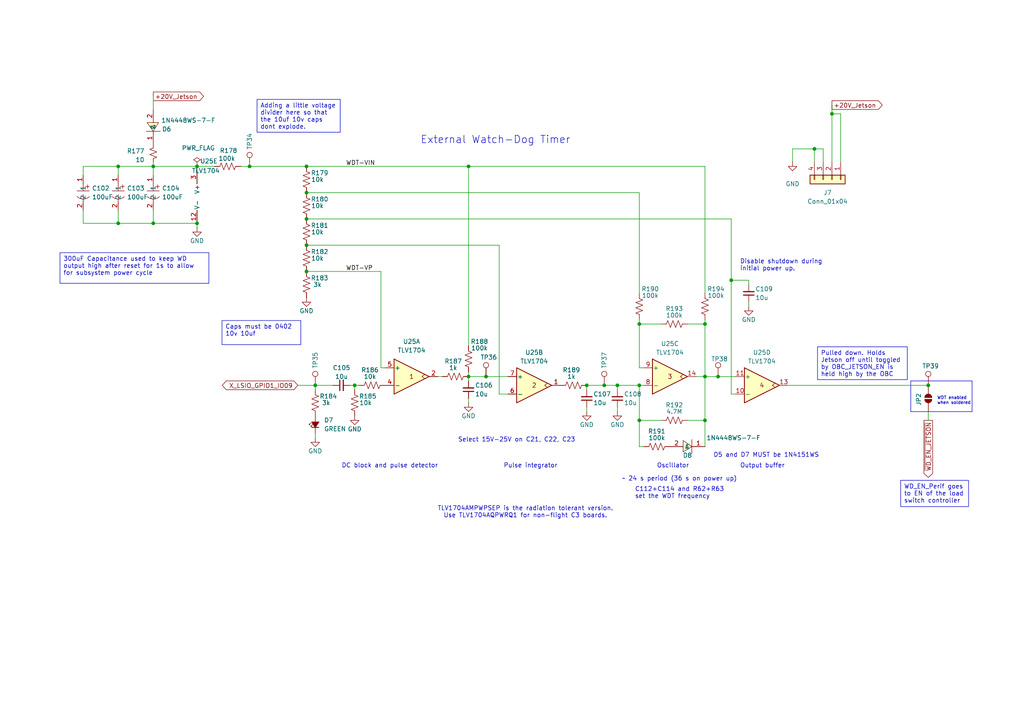
<source format=kicad_sch>
(kicad_sch (version 20250114) (generator "eeschema") (generator_version "9.0")
  (paper "A4")
  (lib_symbols
    (symbol "Connector_Generic:Conn_01x04" (pin_names (offset 1.016) (hide yes))
      (property "Reference" "J" (at 0 5.08 0))
      (property "Value" "Conn_01x04" (at 0 -7.62 0))
      (symbol "Conn_01x04_1_1"
        (rectangle (start -1.27 3.81) (end 1.27 -6.35) (stroke (width 0.254)) (fill (type background)))
        (rectangle (start -1.27 2.667) (end 0 2.413) (stroke (width 0.1524)))
        (rectangle (start -1.27 0.127) (end 0 -0.127) (stroke (width 0.1524)))
        (rectangle (start -1.27 -2.413) (end 0 -2.667) (stroke (width 0.1524)))
        (rectangle (start -1.27 -4.953) (end 0 -5.207) (stroke (width 0.1524)))
        (pin passive line (at -5.08 2.54 0) (length 3.81) (name "Pin_1") (number "1"))
        (pin passive line (at -5.08 0 0) (length 3.81) (name "Pin_2") (number "2"))
        (pin passive line (at -5.08 -2.54 0) (length 3.81) (name "Pin_3") (number "3"))
        (pin passive line (at -5.08 -5.08 0) (length 3.81) (name "Pin_4") (number "4"))
      )
    )
    (symbol "Device:C_Small" (pin_numbers (hide yes)) (pin_names (offset 0.254) (hide yes))
      (property "Reference" "C" (at 0.254 1.778 0))
      (property "Value" "C_Small" (at 0.254 -2.032 0))
      (symbol "C_Small_0_1"
        (polyline (pts (xy -1.524 0.508) (xy 1.524 0.508)) (stroke (width 0.3048)))
        (polyline (pts (xy -1.524 -0.508) (xy 1.524 -0.508)) (stroke (width 0.3302)))
      )
      (symbol "C_Small_1_1"
        (pin passive line (at 0 2.54 270) (length 2.032) (name "~") (number "1"))
        (pin passive line (at 0 -2.54 90) (length 2.032) (name "~") (number "2"))
      )
    )
    (symbol "Device:LED_Small_Filled" (pin_numbers (hide yes)) (pin_names (offset 0.254) (hide yes))
      (property "Reference" "D" (at -1.27 3.175 0))
      (property "Value" "LED_Small_Filled" (at -4.445 -2.54 0))
      (symbol "LED_Small_Filled_0_1"
        (polyline (pts (xy -0.762 -1.016) (xy -0.762 1.016)) (stroke (width 0.254)))
        (polyline (pts (xy 0 0.762) (xy -0.508 1.27) (xy -0.254 1.27) (xy -0.508 1.27) (xy -0.508 1.016)))
        (polyline (pts (xy 0.508 1.27) (xy 0 1.778) (xy 0.254 1.778) (xy 0 1.778) (xy 0 1.524)))
        (polyline (pts (xy 0.762 -1.016) (xy -0.762 0) (xy 0.762 1.016) (xy 0.762 -1.016)) (stroke (width 0.254)) (fill (type outline)))
        (polyline (pts (xy 1.016 0) (xy -0.762 0)))
      )
      (symbol "LED_Small_Filled_1_1"
        (pin passive line (at -2.54 0 0) (length 1.778) (name "K") (number "1"))
        (pin passive line (at 2.54 0 180) (length 1.778) (name "A") (number "2"))
      )
    )
    (symbol "Device:R_Small_US" (pin_numbers (hide yes)) (pin_names (offset 0.254) (hide yes))
      (property "Reference" "R" (at 0.762 0.508 0))
      (property "Value" "R_Small_US" (at 0.762 -1.016 0))
      (symbol "R_Small_US_1_1"
        (polyline (pts (xy 0 1.524) (xy 1.016 1.143) (xy 0 0.762) (xy -1.016 0.381) (xy 0 0)))
        (polyline (pts (xy 0 0) (xy 1.016 -0.381) (xy 0 -0.762) (xy -1.016 -1.143) (xy 0 -1.524)))
        (pin passive line (at 0 2.54 270) (length 1.016) (name "~") (number "1"))
        (pin passive line (at 0 -2.54 90) (length 1.016) (name "~") (number "2"))
      )
    )
    (symbol "Device:R_US" (pin_numbers (hide yes)) (pin_names (offset 0))
      (property "Reference" "R" (at 2.54 0 90))
      (property "Value" "R_US" (at -2.54 0 90))
      (symbol "R_US_0_1"
        (polyline (pts (xy 0 2.286) (xy 0 2.54)))
        (polyline (pts (xy 0 2.286) (xy 1.016 1.905) (xy 0 1.524) (xy -1.016 1.143) (xy 0 0.762)))
        (polyline (pts (xy 0 0.762) (xy 1.016 0.381) (xy 0 0) (xy -1.016 -0.381) (xy 0 -0.762)))
        (polyline (pts (xy 0 -0.762) (xy 1.016 -1.143) (xy 0 -1.524) (xy -1.016 -1.905) (xy 0 -2.286)))
        (polyline (pts (xy 0 -2.286) (xy 0 -2.54)))
      )
      (symbol "R_US_1_1"
        (pin passive line (at 0 3.81 270) (length 1.27) (name "~") (number "1"))
        (pin passive line (at 0 -3.81 90) (length 1.27) (name "~") (number "2"))
      )
    )
    (symbol "EPS:1N4448WS-7-F"
      (property "Reference" "D" (at 0 5.08 0))
      (property "Value" "1N4448WS-7-F" (at 0 -5.08 0))
      (symbol "1N4448WS-7-F_0_1"
        (polyline (pts (xy -1.27 -2.03) (xy -1.27 2.03)))
        (polyline (pts (xy 1.27 1.52) (xy -1.27 0) (xy 1.27 -1.78) (xy 1.27 1.52)) (fill (type background)))
        (pin unspecified line (at -5.08 0 0) (length 3.81) (name "C") (number "1"))
        (pin unspecified line (at 5.08 0 180) (length 3.81) (name "A") (number "2"))
      )
    )
    (symbol "EPS:TCN4107M035R0100E"
      (property "Reference" "C" (at 0 5.08 0))
      (property "Value" "TCN4107M035R0100E" (at 0 -5.08 0))
      (symbol "TCN4107M035R0100E_0_1"
        (polyline (pts (xy -2.54 0) (xy -0.51 0)))
        (polyline (pts (xy -2.29 1.27) (xy -1.27 1.27)))
        (polyline (pts (xy -1.78 1.78) (xy -1.78 0.76)))
        (arc (start 1.15 1.79) (mid 1.8578 0.0159) (end 1.13 -1.75))
        (polyline (pts (xy -0.51 1.78) (xy -0.51 -1.78)))
        (polyline (pts (xy 0.51 0) (xy 2.54 0)))
        (pin input line (at -5.08 0 0) (length 2.54) (name "1") (number "1"))
        (pin input line (at 5.08 0 180) (length 2.54) (name "2") (number "2"))
      )
    )
    (symbol "EPS:TLV1704AIPWR" (pin_names (offset 0.127))
      (property "Reference" "U13" (at 0 10.16 0))
      (property "Value" "TLV1704" (at 0 7.62 0))
      (symbol "TLV1704AIPWR_1_1"
        (polyline (pts (xy -5.08 5.08) (xy 5.08 0) (xy -5.08 -5.08) (xy -5.08 5.08)) (stroke (width 0.254)) (fill (type background)))
        (polyline (pts (xy 3.048 0) (xy 3.81 -0.635)))
        (polyline (pts (xy 3.81 0.635) (xy 3.048 0)))
        (text "1" (at 0 0 0) (effects (font (size 1.27 1.27))))
        (pin input line (at -7.62 2.54 0) (length 2.54) (name "+") (number "5"))
        (pin input line (at -7.62 -2.54 0) (length 2.54) (name "-") (number "4"))
        (pin open_collector line (at 7.62 0 180) (length 2.54) (name "~") (number "2"))
      )
      (symbol "TLV1704AIPWR_2_1"
        (polyline (pts (xy -5.08 5.08) (xy 5.08 0) (xy -5.08 -5.08) (xy -5.08 5.08)) (stroke (width 0.254)) (fill (type background)))
        (polyline (pts (xy 3.048 0) (xy 3.81 -0.635)))
        (polyline (pts (xy 3.81 0.635) (xy 3.048 0)))
        (text "2" (at 0 0 0) (effects (font (size 1.27 1.27))))
        (pin input line (at -7.62 2.54 0) (length 2.54) (name "+") (number "7"))
        (pin input line (at -7.62 -2.54 0) (length 2.54) (name "-") (number "6"))
        (pin open_collector line (at 7.62 0 180) (length 2.54) (name "~") (number "1"))
      )
      (symbol "TLV1704AIPWR_3_1"
        (polyline (pts (xy -5.08 5.08) (xy 5.08 0) (xy -5.08 -5.08) (xy -5.08 5.08)) (stroke (width 0.254)) (fill (type background)))
        (polyline (pts (xy 3.048 0) (xy 3.81 -0.635)))
        (polyline (pts (xy 3.81 0.635) (xy 3.048 0)))
        (text "3" (at 0 0 0) (effects (font (size 1.27 1.27))))
        (pin input line (at -7.62 2.54 0) (length 2.54) (name "+") (number "9"))
        (pin input line (at -7.62 -2.54 0) (length 2.54) (name "-") (number "8"))
        (pin open_collector line (at 7.62 0 180) (length 2.54) (name "~") (number "14"))
      )
      (symbol "TLV1704AIPWR_4_1"
        (polyline (pts (xy -5.08 5.08) (xy 5.08 0) (xy -5.08 -5.08) (xy -5.08 5.08)) (stroke (width 0.254)) (fill (type background)))
        (polyline (pts (xy 3.048 0) (xy 3.81 -0.635)))
        (polyline (pts (xy 3.81 0.635) (xy 3.048 0)))
        (text "4" (at 0 0 0) (effects (font (size 1.27 1.27))))
        (pin input line (at -7.62 2.54 0) (length 2.54) (name "+") (number "11"))
        (pin input line (at -7.62 -2.54 0) (length 2.54) (name "-") (number "10"))
        (pin open_collector line (at 7.62 0 180) (length 2.54) (name "~") (number "13"))
      )
      (symbol "TLV1704AIPWR_5_1"
        (pin power_in line (at -2.54 7.62 270) (length 3.81) (name "V+") (number "3"))
        (pin power_in line (at -2.54 -7.62 90) (length 3.81) (name "V-") (number "12"))
      )
    )
    (symbol "EPS:TestPoint" (pin_numbers (hide yes)) (pin_names (offset 0.762) (hide yes))
      (property "Reference" "TP" (at 0 6.858 0))
      (property "Value" "TestPoint" (at 0 5.08 0))
      (symbol "TestPoint_0_1"
        (circle (center 0 3.302) (radius 0.762))
      )
      (symbol "TestPoint_1_1"
        (pin passive line (at 0 0 90) (length 2.54) (name "1") (number "1"))
      )
    )
    (symbol "Jumper:SolderJumper_2_Open" (pin_numbers (hide yes)) (pin_names (offset 0) (hide yes)) (exclude_from_sim yes) (in_bom no)
      (property "Reference" "JP" (at 0 2.032 0))
      (property "Value" "SolderJumper_2_Open" (at 0 -2.54 0))
      (symbol "SolderJumper_2_Open_0_1"
        (polyline (pts (xy -0.254 1.016) (xy -0.254 -1.016)))
        (arc (start -0.254 -1.016) (mid -1.2656 0) (end -0.254 1.016))
        (arc (start -0.254 -1.016) (mid -1.2656 0) (end -0.254 1.016) (fill (type outline)))
        (arc (start 0.254 1.016) (mid 1.2656 0) (end 0.254 -1.016))
        (arc (start 0.254 1.016) (mid 1.2656 0) (end 0.254 -1.016) (fill (type outline)))
        (polyline (pts (xy 0.254 1.016) (xy 0.254 -1.016)))
      )
      (symbol "SolderJumper_2_Open_1_1"
        (pin passive line (at -3.81 0 0) (length 2.54) (name "A") (number "1"))
        (pin passive line (at 3.81 0 180) (length 2.54) (name "B") (number "2"))
      )
    )
    (symbol "power:GND" (power) (pin_numbers (hide yes)) (pin_names (offset 0) (hide yes))
      (property "Value" "GND" (at 0 -3.81 0))
      (symbol "GND_0_1"
        (polyline (pts (xy 0 0) (xy 0 -1.27) (xy 1.27 -1.27) (xy 0 -2.54) (xy -1.27 -1.27) (xy 0 -1.27)))
      )
      (symbol "GND_1_1"
        (pin power_in line (at 0 0 270) (length 0) (name "~") (number "1"))
      )
    )
    (symbol "power:PWR_FLAG" (power) (pin_numbers (hide yes)) (pin_names (offset 0) (hide yes))
      (property "Value" "PWR_FLAG" (at 0 3.81 0))
      (symbol "PWR_FLAG_0_0"
        (pin power_out line (at 0 0 90) (length 0) (name "~") (number "1"))
      )
      (symbol "PWR_FLAG_0_1"
        (polyline (pts (xy 0 0) (xy 0 1.27) (xy -1.016 1.905) (xy 0 2.54) (xy 1.016 1.905) (xy 0 1.27)))
      )
    )
  )
  (text "DC block and pulse detector" (at 99.06 135.89 0) (effects (font (size 1.27 1.27)) (justify left bottom)))
  (text "~ 24 s period (36 s on power up)" (at 180.34 139.7 0) (effects (font (size 1.27 1.27)) (justify left bottom)))
  (text "Oscillator" (at 190.5 135.89 0) (effects (font (size 1.27 1.27)) (justify left bottom)))
  (text "External Watch-Dog Timer" (at 121.92 41.91 0) (effects (font (size 2.159 2.159)) (justify left bottom)))
  (text "D5 and D7 MUST be 1N4151WS" (at 222.25 132.08 0) (effects (font (size 1.27 1.27))))
  (text "C112+C114 and R62+R63 \nset the WDT frequency" (at 184.15 144.78 0) (effects (font (size 1.27 1.27)) (justify left bottom)))
  (text "Disable shutdown during\ninitial power up." (at 214.63 78.74 0) (effects (font (size 1.27 1.27)) (justify left bottom)))
  (text "Select 15V-25V on C21, C22, C23" (at 149.86 127.635 0) (effects (font (size 1.27 1.27))))
  (text "WDT enabled\nwhen soldered" (at 271.78 117.475 0) (effects (font (size 0.889 0.889)) (justify left bottom)))
  (text "Output buffer" (at 214.63 135.89 0) (effects (font (size 1.27 1.27)) (justify left bottom)))
  (text "Pulse integrator" (at 146.05 135.89 0) (effects (font (size 1.27 1.27)) (justify left bottom)))
  (text "TLV1704AMPWPSEP is the radiation tolerant version.\nUse TLV1704AQPWRQ1 for non-flight C3 boards." (at 152.4 148.59 0) (effects (font (size 1.27 1.27))))
  (text_box "Caps must be 0402 10v 10uf" (at 64.389 92.964 0) (size 22.86 6.985) (margins 0.9525 0.9525 0.9525 0.9525) (effects (font (size 1.27 1.27)) (justify left top)))
  (text_box "300uF Capacitance used to keep WD output high after reset for 1s to allow for subsystem power cycle" (at 17.399 73.279 0) (size 43.18 8.89) (margins 0.9525 0.9525 0.9525 0.9525) (effects (font (size 1.27 1.27)) (justify left top)))
  (text_box "Adding a little voltage divider here so that the 10uf 10v caps dont explode." (at 74.549 28.829 0) (size 24.13 9.525) (margins 0.9525 0.9525 0.9525 0.9525) (effects (font (size 1.27 1.27)) (justify left top)))
  (text_box "Pulled down. Holds Jetson off until toggled by OBC_JETSON_EN is held high by the OBC" (at 237.109 100.584 0) (size 26.035 9.525) (margins 0.9525 0.9525 0.9525 0.9525) (effects (font (size 1.27 1.27)) (justify left top)))
  (text_box "WD_EN_Perif goes to EN of the load switch controller" (at 261.239 139.319 0) (size 19.685 7.62) (margins 0.9525 0.9525 0.9525 0.9525) (effects (font (size 1.27 1.27)) (justify left top)))
  (junction (at 185.42 93.98))
  (junction (at 204.47 121.92))
  (junction (at 204.47 93.98))
  (junction (at 185.42 111.76))
  (junction (at 212.09 81.28))
  (junction (at 140.97 109.22))
  (junction (at 88.9 55.88))
  (junction (at 204.47 109.22))
  (junction (at 88.9 63.5))
  (junction (at 170.18 111.76))
  (junction (at 44.45 48.26))
  (junction (at 57.15 64.77))
  (junction (at 57.15 48.26))
  (junction (at 44.45 64.77))
  (junction (at 34.29 48.26))
  (junction (at 269.24 111.76))
  (junction (at 88.9 78.74))
  (junction (at 88.9 71.12))
  (junction (at 236.22 43.18))
  (junction (at 34.29 64.77))
  (junction (at 179.07 111.76))
  (junction (at 175.26 111.76))
  (junction (at 208.28 109.22))
  (junction (at 72.39 48.26))
  (junction (at 88.9 48.26))
  (junction (at 102.87 111.76))
  (junction (at 241.3 33.02))
  (junction (at 135.89 48.26))
  (junction (at 91.44 111.76))
  (junction (at 185.42 121.92))
  (junction (at 135.89 109.22))
  (wire (pts (xy 72.39 48.26) (xy 88.9 48.26)))
  (wire (pts (xy 88.9 78.74) (xy 110.49 78.74)))
  (wire (pts (xy 102.87 113.03) (xy 102.87 111.76)))
  (wire (pts (xy 204.47 85.09) (xy 204.47 48.26)))
  (wire (pts (xy 127 109.22) (xy 128.27 109.22)))
  (wire (pts (xy 241.3 33.02) (xy 243.84 33.02)))
  (wire (pts (xy 199.39 121.92) (xy 204.47 121.92)))
  (wire (pts (xy 179.07 111.76) (xy 185.42 111.76)))
  (wire (pts (xy 185.42 111.76) (xy 186.69 111.76)))
  (wire (pts (xy 185.42 92.71) (xy 185.42 93.98)))
  (wire (pts (xy 212.09 63.5) (xy 212.09 81.28)))
  (wire (pts (xy 185.42 106.68) (xy 185.42 93.98)))
  (polyline (pts (xy 281.94 119.38) (xy 264.16 119.38)))
  (wire (pts (xy 236.22 43.18) (xy 229.87 43.18)))
  (wire (pts (xy 24.13 48.26) (xy 34.29 48.26)))
  (wire (pts (xy 34.29 48.26) (xy 34.29 50.8)))
  (polyline (pts (xy 264.16 110.49) (xy 281.94 110.49)))
  (wire (pts (xy 179.07 113.03) (xy 179.07 111.76)))
  (wire (pts (xy 269.24 119.38) (xy 269.24 121.92)))
  (wire (pts (xy 217.17 82.55) (xy 217.17 81.28)))
  (wire (pts (xy 135.89 109.22) (xy 140.97 109.22)))
  (wire (pts (xy 91.44 113.03) (xy 91.44 111.76)))
  (wire (pts (xy 24.13 60.96) (xy 24.13 64.77)))
  (wire (pts (xy 191.77 121.92) (xy 185.42 121.92)))
  (wire (pts (xy 229.87 43.18) (xy 229.87 46.99)))
  (wire (pts (xy 34.29 64.77) (xy 44.45 64.77)))
  (wire (pts (xy 135.89 48.26) (xy 204.47 48.26)))
  (wire (pts (xy 208.28 109.22) (xy 213.36 109.22)))
  (wire (pts (xy 199.39 93.98) (xy 204.47 93.98)))
  (wire (pts (xy 135.89 48.26) (xy 88.9 48.26)))
  (wire (pts (xy 86.36 111.76) (xy 91.44 111.76)))
  (wire (pts (xy 185.42 93.98) (xy 191.77 93.98)))
  (polyline (pts (xy 264.16 119.38) (xy 264.16 110.49)))
  (wire (pts (xy 135.89 116.84) (xy 135.89 115.57)))
  (wire (pts (xy 185.42 129.54) (xy 186.69 129.54)))
  (wire (pts (xy 135.89 109.22) (xy 135.89 107.95)))
  (wire (pts (xy 34.29 60.96) (xy 34.29 64.77)))
  (wire (pts (xy 212.09 81.28) (xy 217.17 81.28)))
  (wire (pts (xy 236.22 43.18) (xy 238.76 43.18)))
  (wire (pts (xy 204.47 92.71) (xy 204.47 93.98)))
  (wire (pts (xy 91.44 127) (xy 91.44 125.73)))
  (wire (pts (xy 44.45 64.77) (xy 57.15 64.77)))
  (wire (pts (xy 44.45 27.94) (xy 44.45 31.75)))
  (wire (pts (xy 212.09 114.3) (xy 213.36 114.3)))
  (wire (pts (xy 57.15 66.04) (xy 57.15 64.77)))
  (wire (pts (xy 102.87 111.76) (xy 104.14 111.76)))
  (wire (pts (xy 204.47 121.92) (xy 204.47 109.22)))
  (wire (pts (xy 110.49 106.68) (xy 111.76 106.68)))
  (wire (pts (xy 186.69 106.68) (xy 185.42 106.68)))
  (wire (pts (xy 110.49 78.74) (xy 110.49 106.68)))
  (wire (pts (xy 140.97 109.22) (xy 147.32 109.22)))
  (wire (pts (xy 238.76 43.18) (xy 238.76 46.99)))
  (wire (pts (xy 170.18 111.76) (xy 170.18 113.03)))
  (wire (pts (xy 135.89 109.22) (xy 135.89 110.49)))
  (wire (pts (xy 24.13 48.26) (xy 24.13 50.8)))
  (wire (pts (xy 185.42 121.92) (xy 185.42 111.76)))
  (wire (pts (xy 228.6 111.76) (xy 269.24 111.76)))
  (wire (pts (xy 44.45 60.96) (xy 44.45 64.77)))
  (wire (pts (xy 57.15 49.53) (xy 57.15 48.26)))
  (wire (pts (xy 34.29 48.26) (xy 44.45 48.26)))
  (wire (pts (xy 144.78 114.3) (xy 147.32 114.3)))
  (wire (pts (xy 44.45 48.26) (xy 44.45 50.8)))
  (wire (pts (xy 179.07 119.38) (xy 179.07 118.11)))
  (wire (pts (xy 201.93 109.22) (xy 204.47 109.22)))
  (wire (pts (xy 175.26 111.76) (xy 179.07 111.76)))
  (wire (pts (xy 88.9 63.5) (xy 212.09 63.5)))
  (wire (pts (xy 241.3 46.99) (xy 241.3 33.02)))
  (wire (pts (xy 101.6 111.76) (xy 102.87 111.76)))
  (wire (pts (xy 88.9 71.12) (xy 144.78 71.12)))
  (wire (pts (xy 170.18 111.76) (xy 175.26 111.76)))
  (wire (pts (xy 241.3 33.02) (xy 241.3 30.48)))
  (wire (pts (xy 185.42 85.09) (xy 185.42 55.88)))
  (polyline (pts (xy 281.94 110.49) (xy 281.94 119.38)))
  (wire (pts (xy 44.45 46.99) (xy 44.45 48.26)))
  (wire (pts (xy 212.09 81.28) (xy 212.09 114.3)))
  (wire (pts (xy 204.47 129.54) (xy 204.47 121.92)))
  (wire (pts (xy 204.47 93.98) (xy 204.47 109.22)))
  (wire (pts (xy 144.78 71.12) (xy 144.78 114.3)))
  (wire (pts (xy 69.85 48.26) (xy 72.39 48.26)))
  (wire (pts (xy 57.15 48.26) (xy 62.23 48.26)))
  (wire (pts (xy 243.84 33.02) (xy 243.84 46.99)))
  (wire (pts (xy 91.44 111.76) (xy 96.52 111.76)))
  (wire (pts (xy 217.17 88.9) (xy 217.17 87.63)))
  (wire (pts (xy 185.42 129.54) (xy 185.42 121.92)))
  (wire (pts (xy 88.9 55.88) (xy 185.42 55.88)))
  (wire (pts (xy 170.18 119.38) (xy 170.18 118.11)))
  (wire (pts (xy 44.45 48.26) (xy 57.15 48.26)))
  (wire (pts (xy 135.89 48.26) (xy 135.89 100.33)))
  (wire (pts (xy 24.13 64.77) (xy 34.29 64.77)))
  (wire (pts (xy 236.22 46.99) (xy 236.22 43.18)))
  (wire (pts (xy 204.47 109.22) (xy 208.28 109.22)))
  (label "WDT-VIN" (at 100.33 48.26 0))
  (label "WDT-VP" (at 100.33 78.74 0))
  (global_label "~{WD_EN_JETSON}" (shape output) (at 269.24 121.92 270) (property "Intersheetrefs" "${INTERSHEET_REFS}" (effects (hide yes))))
  (global_label "+20V_Jetson" (shape output) (at 44.45 27.94 0) (property "Intersheetrefs" "${INTERSHEET_REFS}" (effects (hide yes))))
  (global_label "X_LSIO_GPIO1_IO09" (shape bidirectional) (at 86.36 111.76 180) (property "Intersheetrefs" "${INTERSHEET_REFS}" (effects (hide yes))))
  (global_label "+20V_Jetson" (shape output) (at 241.3 30.48 0) (property "Intersheetrefs" "${INTERSHEET_REFS}" (effects (hide yes))))
  (symbol (lib_id "EPS:TCN4107M035R0100E") (at 34.29 55.88 270) (unit 1)
    (property "Reference" "C103" (at 36.83 54.6099 90) (effects (justify left)))
    (property "Value" "100uF" (at 36.83 57.1499 90) (effects (justify left)))
    (property "Footprint" "EPS:CAP-SMD_L7.3-W6.1_TCN4227M025R0100" (effects (hide yes)))
    (property "LCSC Part" "C2158793" (effects (hide yes)))
  )
  (symbol (lib_id "Jumper:SolderJumper_2_Open") (at 269.24 115.57 270) (unit 1)
    (property "Reference" "JP2" (at 266.446 115.824 0))
    (property "Value" "SolderJumper_2_Open" (effects (hide yes)))
    (property "Footprint" "Jumper:SolderJumper-2_P1.3mm_Open_RoundedPad1.0x1.5mm" (effects (hide yes)))
    (property "Description" "Solder Jumper, 2-pole, open" (effects (hide yes)))
  )
  (symbol (lib_id "power:GND") (at 91.44 127 0) (unit 1)
    (property "Reference" "#PWR0133" (effects (hide yes)))
    (property "Value" "GND" (at 91.44 130.81 0))
    (property "Description" "Power symbol creates a global label with name \"GND\" , ground" (effects (hide yes)))
  )
  (symbol (lib_id "Device:R_US") (at 195.58 93.98 90) (unit 1)
    (property "Reference" "R193" (at 195.58 89.535 90))
    (property "Value" "100k" (at 195.58 91.44 90))
    (property "Footprint" "EPS:R0402" (effects (hide yes)))
    (property "Description" "Resistor, US symbol" (effects (hide yes)))
    (property "LCSC" "C269673" (effects (hide yes)))
  )
  (symbol (lib_id "Device:R_US") (at 102.87 116.84 180) (unit 1)
    (property "Reference" "R185" (at 106.68 114.935 0))
    (property "Value" "10k" (at 106.045 116.84 0))
    (property "Footprint" "EPS:R0402" (effects (hide yes)))
    (property "Description" "Resistor, US symbol" (effects (hide yes)))
    (property "LCSC" "C25531" (effects (hide yes)))
  )
  (symbol (lib_id "Device:R_US") (at 88.9 59.69 180) (unit 1)
    (property "Reference" "R180" (at 92.71 57.785 0))
    (property "Value" "10k" (at 92.075 59.69 0))
    (property "Footprint" "EPS:R0402" (effects (hide yes)))
    (property "Description" "Resistor, US symbol" (effects (hide yes)))
    (property "LCSC" "C25531" (effects (hide yes)))
  )
  (symbol (lib_id "power:PWR_FLAG") (at 57.15 48.26 0) (unit 1)
    (property "Reference" "#FLG019" (effects (hide yes)))
    (property "Value" "PWR_FLAG" (at 57.531 42.926 0))
    (property "Description" "Special symbol for telling ERC where power comes from" (effects (hide yes)))
  )
  (symbol (lib_id "Device:R_US") (at 107.95 111.76 270) (unit 1)
    (property "Reference" "R186" (at 107.315 107.315 90))
    (property "Value" "10k" (at 107.315 109.22 90))
    (property "Footprint" "EPS:R0402" (effects (hide yes)))
    (property "Description" "Resistor, US symbol" (effects (hide yes)))
    (property "LCSC" "C25531" (effects (hide yes)))
  )
  (symbol (lib_id "Connector_Generic:Conn_01x04") (at 241.3 52.07 270) (unit 1)
    (property "Reference" "J7" (at 240.03 55.88 90))
    (property "Value" "Conn_01x04" (at 240.03 58.42 90))
    (property "Footprint" "Connector_PinSocket_2.54mm:PinSocket_1x04_P2.54mm_Vertical" (effects (hide yes)))
    (property "Description" "Generic connector, single row, 01x04, script generated (kicad-library-utils/schlib/autogen/connector/)" (effects (hide yes)))
  )
  (symbol (lib_id "Device:C_Small") (at 170.18 115.57 180) (unit 1)
    (property "Reference" "C107" (at 172.085 114.3 0) (effects (justify right)))
    (property "Value" "10u" (at 172.085 116.84 0) (effects (justify right)))
    (property "Footprint" "EPS:C0402" (effects (hide yes)))
    (property "Description" "Unpolarized capacitor, small symbol" (effects (hide yes)))
  )
  (symbol (lib_id "Device:R_US") (at 204.47 88.9 0) (unit 1)
    (property "Reference" "R194" (at 207.645 83.82 0))
    (property "Value" "100k" (at 207.645 85.725 0))
    (property "Footprint" "EPS:R0402" (effects (hide yes)))
    (property "Description" "Resistor, US symbol" (effects (hide yes)))
    (property "LCSC" "C269673" (effects (hide yes)))
  )
  (symbol (lib_id "EPS:TestPoint") (at 140.97 109.22 0) (unit 1)
    (property "Reference" "TP36" (at 139.319 103.632 0) (effects (justify left)))
    (property "Value" "TestPoint" (effects (hide yes)))
    (property "Footprint" "TestPoint:TestPoint_Pad_1.0x1.0mm" (effects (hide yes)))
    (property "Description" "test point" (effects (hide yes)))
  )
  (symbol (lib_id "Device:R_US") (at 88.9 67.31 180) (unit 1)
    (property "Reference" "R181" (at 92.71 65.405 0))
    (property "Value" "10k" (at 92.075 67.31 0))
    (property "Footprint" "EPS:R0402" (effects (hide yes)))
    (property "Description" "Resistor, US symbol" (effects (hide yes)))
    (property "LCSC" "C25531" (effects (hide yes)))
  )
  (symbol (lib_id "EPS:TCN4107M035R0100E") (at 24.13 55.88 270) (unit 1)
    (property "Reference" "C102" (at 26.67 54.6099 90) (effects (justify left)))
    (property "Value" "100uF" (at 26.67 57.1499 90) (effects (justify left)))
    (property "Footprint" "EPS:CAP-SMD_L7.3-W6.1_TCN4227M025R0100" (effects (hide yes)))
    (property "LCSC Part" "C2158793" (effects (hide yes)))
  )
  (symbol (lib_id "Device:R_US") (at 135.89 104.14 0) (unit 1)
    (property "Reference" "R188" (at 139.065 99.06 0))
    (property "Value" "100k" (at 139.065 100.965 0))
    (property "Footprint" "EPS:R0402" (effects (hide yes)))
    (property "Description" "Resistor, US symbol" (effects (hide yes)))
    (property "LCSC" "C269673" (effects (hide yes)))
  )
  (symbol (lib_id "EPS:TestPoint") (at 91.44 111.76 0) (unit 1)
    (property "Reference" "TP35" (at 91.44 106.934 90) (effects (justify left)))
    (property "Value" "TestPoint" (effects (hide yes)))
    (property "Footprint" "TestPoint:TestPoint_Pad_1.0x1.0mm" (effects (hide yes)))
    (property "Description" "test point" (effects (hide yes)))
  )
  (symbol (lib_id "Device:C_Small") (at 99.06 111.76 90) (unit 1)
    (property "Reference" "C105" (at 99.0663 106.68 90))
    (property "Value" "10u" (at 99.0663 109.22 90))
    (property "Footprint" "EPS:C0402" (effects (hide yes)))
    (property "Description" "Unpolarized capacitor, small symbol" (effects (hide yes)))
    (property "LCSC" "194427" (effects (hide yes)))
  )
  (symbol (lib_id "power:GND") (at 88.9 86.36 0) (unit 1)
    (property "Reference" "#PWR0128" (effects (hide yes)))
    (property "Value" "GND" (at 88.9 90.17 0))
    (property "Description" "Power symbol creates a global label with name \"GND\" , ground" (effects (hide yes)))
  )
  (symbol (lib_id "EPS:TestPoint") (at 72.39 48.26 0) (unit 1)
    (property "Reference" "TP34" (at 72.39 43.434 90) (effects (justify left)))
    (property "Value" "TestPoint" (effects (hide yes)))
    (property "Footprint" "TestPoint:TestPoint_Pad_1.0x1.0mm" (effects (hide yes)))
    (property "Description" "test point" (effects (hide yes)))
  )
  (symbol (lib_id "power:GND") (at 135.89 116.84 0) (unit 1)
    (property "Reference" "#PWR0143" (effects (hide yes)))
    (property "Value" "GND" (at 135.89 120.65 0))
    (property "Description" "Power symbol creates a global label with name \"GND\" , ground" (effects (hide yes)))
  )
  (symbol (lib_id "power:GND") (at 170.18 119.38 0) (mirror y) (unit 1)
    (property "Reference" "#PWR0146" (effects (hide yes)))
    (property "Value" "GND" (at 170.18 123.19 0))
    (property "Description" "Power symbol creates a global label with name \"GND\" , ground" (effects (hide yes)))
  )
  (symbol (lib_id "EPS:TestPoint") (at 269.24 111.76 0) (unit 1)
    (property "Reference" "TP39" (at 267.462 106.172 0) (effects (justify left)))
    (property "Value" "TestPoint" (effects (hide yes)))
    (property "Footprint" "TestPoint:TestPoint_Pad_1.0x1.0mm" (effects (hide yes)))
    (property "Description" "test point" (effects (hide yes)))
  )
  (symbol (lib_id "Device:R_US") (at 66.04 48.26 90) (unit 1)
    (property "Reference" "R178" (at 66.294 43.688 90))
    (property "Value" "100k" (at 65.786 45.974 90))
    (property "Footprint" "EPS:R0402" (effects (hide yes)))
    (property "Description" "Resistor, US symbol" (effects (hide yes)))
    (property "LCSC" "C269673" (effects (hide yes)))
  )
  (symbol (lib_id "Device:LED_Small_Filled") (at 91.44 123.19 90) (unit 1)
    (property "Reference" "D7" (at 93.98 121.8565 90) (effects (justify right)))
    (property "Value" "GREEN" (at 93.98 124.3965 90) (effects (justify right)))
    (property "Footprint" "LED_SMD:LED_0603_1608Metric" (effects (hide yes)))
    (property "Description" "Light emitting diode, small symbol, filled shape" (effects (hide yes)))
    (property "DPN" "732-4971-1-ND" (effects (hide yes)))
    (property "DST" "Digi-Key" (effects (hide yes)))
    (property "MFR" "Wurth" (effects (hide yes)))
    (property "MPN" "150060GS75000" (effects (hide yes)))
    (property "Sim.Pins" "1=K 2=A" (effects (hide yes)))
    (property "LCSC" "C965799" (effects (hide yes)))
  )
  (symbol (lib_id "Device:R_US") (at 88.9 82.55 180) (unit 1)
    (property "Reference" "R183" (at 92.71 80.645 0))
    (property "Value" "3k" (at 92.075 82.55 0))
    (property "Footprint" "EPS:R0402" (effects (hide yes)))
    (property "Description" "Resistor, US symbol" (effects (hide yes)))
    (property "LCSC" "C2909355" (effects (hide yes)))
  )
  (symbol (lib_id "Device:C_Small") (at 179.07 115.57 180) (unit 1)
    (property "Reference" "C108" (at 180.975 114.3 0) (effects (justify right)))
    (property "Value" "10u" (at 180.975 116.84 0) (effects (justify right)))
    (property "Footprint" "EPS:C0402" (effects (hide yes)))
    (property "Description" "Unpolarized capacitor, small symbol" (effects (hide yes)))
    (property "LCSC" "194427" (effects (hide yes)))
  )
  (symbol (lib_id "power:GND") (at 179.07 119.38 0) (mirror y) (unit 1)
    (property "Reference" "#PWR0177" (effects (hide yes)))
    (property "Value" "GND" (at 179.07 123.19 0))
    (property "Description" "Power symbol creates a global label with name \"GND\" , ground" (effects (hide yes)))
  )
  (symbol (lib_id "Device:R_US") (at 88.9 52.07 180) (unit 1)
    (property "Reference" "R179" (at 92.71 50.165 0))
    (property "Value" "10k" (at 92.075 52.07 0))
    (property "Footprint" "EPS:R0402" (effects (hide yes)))
    (property "Description" "Resistor, US symbol" (effects (hide yes)))
    (property "LCSC" "C25531" (effects (hide yes)))
  )
  (symbol (lib_id "Device:R_US") (at 190.5 129.54 90) (unit 1)
    (property "Reference" "R191" (at 190.5 125.095 90))
    (property "Value" "100k" (at 190.5 127 90))
    (property "Footprint" "EPS:R0402" (effects (hide yes)))
    (property "Description" "Resistor, US symbol" (effects (hide yes)))
    (property "LCSC" "C269673" (effects (hide yes)))
  )
  (symbol (lib_id "EPS:TLV1704AIPWR") (at 59.69 57.15 0) (unit 5)
    (property "Reference" "U25" (at 60.579 46.736 0))
    (property "Value" "TLV1704" (at 59.69 49.53 0))
    (property "Footprint" "Package_SO:TSSOP-14_4.4x5mm_P0.65mm" (effects (hide yes)))
    (property "Datasheet" "https://www.ti.com/lit/ds/symlink/tlv1704-sep.pdf" (effects (hide yes)))
    (property "Description" "Analog Comparators 2.2-V to 36-V, radiation tolerant microPower quad comparator in space enhanced plastic 14-TSSOP -55 to 125" (effects (hide yes)))
    (property "MFR" "Texas Instruments" (effects (hide yes)))
    (property "MPN" "TLV1704AQPWRQ1" (effects (hide yes)))
    (property "DST" "Digi-Key" (effects (hide yes)))
    (property "DPN" "296-43799-2-ND" (effects (hide yes)))
    (property "LCSC" "C181596" (effects (hide yes)))
  )
  (symbol (lib_id "power:GND") (at 229.87 46.99 0) (unit 1)
    (property "Reference" "#PWR0179" (effects (hide yes)))
    (property "Value" "GND" (at 229.87 53.34 0))
    (property "Description" "Power symbol creates a global label with name \"GND\" , ground" (effects (hide yes)))
  )
  (symbol (lib_id "EPS:TCN4107M035R0100E") (at 44.45 55.88 270) (unit 1)
    (property "Reference" "C104" (at 46.99 54.6099 90) (effects (justify left)))
    (property "Value" "100uF" (at 46.99 57.1499 90) (effects (justify left)))
    (property "Footprint" "EPS:CAP-SMD_L7.3-W6.1_TCN4227M025R0100" (effects (hide yes)))
    (property "LCSC Part" "C2158793" (effects (hide yes)))
  )
  (symbol (lib_id "EPS:TestPoint") (at 208.28 109.22 0) (unit 1)
    (property "Reference" "TP38" (at 206.248 104.14 0) (effects (justify left)))
    (property "Value" "TestPoint" (effects (hide yes)))
    (property "Footprint" "TestPoint:TestPoint_Pad_1.0x1.0mm" (effects (hide yes)))
    (property "Description" "test point" (effects (hide yes)))
  )
  (symbol (lib_id "power:GND") (at 57.15 66.04 0) (mirror y) (unit 1)
    (property "Reference" "#PWR0110" (effects (hide yes)))
    (property "Value" "GND" (at 57.15 69.85 0))
    (property "Description" "Power symbol creates a global label with name \"GND\" , ground" (effects (hide yes)))
  )
  (symbol (lib_id "EPS:TestPoint") (at 175.26 111.76 0) (unit 1)
    (property "Reference" "TP37" (at 175.26 106.934 90) (effects (justify left)))
    (property "Value" "TestPoint" (effects (hide yes)))
    (property "Footprint" "TestPoint:TestPoint_Pad_1.0x1.0mm" (effects (hide yes)))
    (property "Description" "test point" (effects (hide yes)))
  )
  (symbol (lib_id "Device:C_Small") (at 217.17 85.09 180) (unit 1)
    (property "Reference" "C109" (at 219.075 83.82 0) (effects (justify right)))
    (property "Value" "10u" (at 219.075 86.36 0) (effects (justify right)))
    (property "Footprint" "EPS:C0402" (effects (hide yes)))
    (property "Description" "Unpolarized capacitor, small symbol" (effects (hide yes)))
    (property "LCSC" "194427" (effects (hide yes)))
  )
  (symbol (lib_id "power:GND") (at 102.87 120.65 0) (unit 1)
    (property "Reference" "#PWR0139" (effects (hide yes)))
    (property "Value" "GND" (at 102.87 124.46 0))
    (property "Description" "Power symbol creates a global label with name \"GND\" , ground" (effects (hide yes)))
  )
  (symbol (lib_id "Device:R_US") (at 166.37 111.76 270) (unit 1)
    (property "Reference" "R189" (at 165.735 107.315 90))
    (property "Value" "1k" (at 165.735 109.22 90))
    (property "Footprint" "EPS:R0402" (effects (hide yes)))
    (property "Description" "Resistor, US symbol" (effects (hide yes)))
    (property "LCSC" "C106235" (effects (hide yes)))
  )
  (symbol (lib_id "power:GND") (at 217.17 88.9 0) (mirror y) (unit 1)
    (property "Reference" "#PWR0178" (effects (hide yes)))
    (property "Value" "GND" (at 217.17 92.71 0))
    (property "Description" "Power symbol creates a global label with name \"GND\" , ground" (effects (hide yes)))
  )
  (symbol (lib_id "Device:R_US") (at 185.42 88.9 0) (unit 1)
    (property "Reference" "R190" (at 188.595 83.82 0))
    (property "Value" "100k" (at 188.595 85.725 0))
    (property "Footprint" "EPS:R0402" (effects (hide yes)))
    (property "Description" "Resistor, US symbol" (effects (hide yes)))
    (property "LCSC" "C269673" (effects (hide yes)))
  )
  (symbol (lib_id "EPS:1N4448WS-7-F") (at 44.45 36.83 270) (mirror x) (unit 1)
    (property "Reference" "D6" (at 46.99 37.465 90) (effects (justify left)))
    (property "Value" "1N4448WS-7-F" (at 54.61 34.925 90))
    (property "Footprint" "EPS:SOD-323_L1.8-W1.3-LS2.5-RD" (effects (hide yes)))
    (property "Datasheet" "https://lcsc.com/product-detail/Others_Diodes-Incorporated_1N4448WS-7-F_Diodes-Incorporated-1N4448WS-7-F_C260859.html" (effects (hide yes)))
    (property "Description" "Diode" (effects (hide yes)))
    (property "DPN" "112-1N4151WS-E3-08CT-ND" (effects (hide yes)))
    (property "DST" "Digi-Key" (effects (hide yes)))
    (property "MFR" "Vishay" (effects (hide yes)))
    (property "MPN" "1N4151WS-E3-08" (effects (hide yes)))
    (property "Sim.Device" "D" (effects (hide yes)))
    (property "Sim.Pins" "1=K 2=A" (effects (hide yes)))
    (property "LCSC" "C2979762" (effects (hide yes)))
    (property "LCSC Part" "C260859" (effects (hide yes)))
  )
  (symbol (lib_id "EPS:TLV1704AIPWR") (at 154.94 111.76 0) (unit 2)
    (property "Reference" "U25" (at 154.94 102.235 0))
    (property "Value" "TLV1704" (at 154.94 104.775 0))
    (property "Footprint" "Package_SO:TSSOP-14_4.4x5mm_P0.65mm" (effects (hide yes)))
    (property "Datasheet" "https://www.ti.com/lit/ds/symlink/tlv1704-sep.pdf" (effects (hide yes)))
    (property "Description" "Analog Comparators 2.2-V to 36-V, radiation tolerant microPower quad comparator in space enhanced plastic 14-TSSOP -55 to 125" (effects (hide yes)))
    (property "MFR" "Texas Instruments" (effects (hide yes)))
    (property "MPN" "TLV1704AQPWRQ1" (effects (hide yes)))
    (property "DST" "Digi-Key" (effects (hide yes)))
    (property "DPN" "296-43799-2-ND" (effects (hide yes)))
    (property "LCSC" "C181596" (effects (hide yes)))
  )
  (symbol (lib_id "Device:C_Small") (at 135.89 113.03 180) (unit 1)
    (property "Reference" "C106" (at 137.795 111.76 0) (effects (justify right)))
    (property "Value" "10u" (at 137.795 114.3 0) (effects (justify right)))
    (property "Footprint" "EPS:C0402" (effects (hide yes)))
    (property "Description" "Unpolarized capacitor, small symbol" (effects (hide yes)))
  )
  (symbol (lib_id "Device:R_US") (at 91.44 116.84 180) (unit 1)
    (property "Reference" "R184" (at 95.25 114.935 0))
    (property "Value" "3k" (at 94.615 116.84 0))
    (property "Footprint" "EPS:R0402" (effects (hide yes)))
    (property "Description" "Resistor, US symbol" (effects (hide yes)))
    (property "LCSC" "C2909355" (effects (hide yes)))
  )
  (symbol (lib_id "EPS:TLV1704AIPWR") (at 194.31 109.22 0) (unit 3)
    (property "Reference" "U25" (at 194.31 99.695 0))
    (property "Value" "TLV1704" (at 194.31 102.235 0))
    (property "Footprint" "Package_SO:TSSOP-14_4.4x5mm_P0.65mm" (effects (hide yes)))
    (property "Datasheet" "https://www.ti.com/lit/ds/symlink/tlv1704-sep.pdf" (effects (hide yes)))
    (property "Description" "Analog Comparators 2.2-V to 36-V, radiation tolerant microPower quad comparator in space enhanced plastic 14-TSSOP -55 to 125" (effects (hide yes)))
    (property "MFR" "Texas Instruments" (effects (hide yes)))
    (property "MPN" "TLV1704AQPWRQ1" (effects (hide yes)))
    (property "DST" "Digi-Key" (effects (hide yes)))
    (property "DPN" "296-43799-2-ND" (effects (hide yes)))
    (property "LCSC" "C181596" (effects (hide yes)))
  )
  (symbol (lib_id "EPS:TLV1704AIPWR") (at 119.38 109.22 0) (unit 1)
    (property "Reference" "U25" (at 119.38 99.06 0))
    (property "Value" "TLV1704" (at 119.38 101.6 0))
    (property "Footprint" "Package_SO:TSSOP-14_4.4x5mm_P0.65mm" (effects (hide yes)))
    (property "Datasheet" "https://www.ti.com/lit/ds/symlink/tlv1704-sep.pdf" (effects (hide yes)))
    (property "Description" "Analog Comparators 2.2-V to 36-V, radiation tolerant microPower quad comparator in space enhanced plastic 14-TSSOP -55 to 125" (effects (hide yes)))
    (property "MFR" "Texas Instruments" (effects (hide yes)))
    (property "MPN" "TLV1704AQPWRQ1" (effects (hide yes)))
    (property "DST" "Digi-Key" (effects (hide yes)))
    (property "DPN" "296-43799-2-ND" (effects (hide yes)))
    (property "LCSC" "C181596" (effects (hide yes)))
  )
  (symbol (lib_id "Device:R_US") (at 195.58 121.92 90) (unit 1)
    (property "Reference" "R192" (at 195.58 117.475 90))
    (property "Value" "4.7M" (at 195.58 119.38 90))
    (property "Footprint" "EPS:R0402" (effects (hide yes)))
    (property "Description" "Resistor, US symbol" (effects (hide yes)))
    (property "LCSC" "C474132" (effects (hide yes)))
  )
  (symbol (lib_id "EPS:TLV1704AIPWR") (at 220.98 111.76 0) (unit 4)
    (property "Reference" "U25" (at 220.98 102.235 0))
    (property "Value" "TLV1704" (at 220.98 104.775 0))
    (property "Footprint" "Package_SO:TSSOP-14_4.4x5mm_P0.65mm" (effects (hide yes)))
    (property "Datasheet" "https://www.ti.com/lit/ds/symlink/tlv1704-sep.pdf" (effects (hide yes)))
    (property "Description" "Analog Comparators 2.2-V to 36-V, radiation tolerant microPower quad comparator in space enhanced plastic 14-TSSOP -55 to 125" (effects (hide yes)))
    (property "MFR" "Texas Instruments" (effects (hide yes)))
    (property "MPN" "TLV1704AQPWRQ1" (effects (hide yes)))
    (property "DST" "Digi-Key" (effects (hide yes)))
    (property "DPN" "296-43799-2-ND" (effects (hide yes)))
    (property "LCSC" "C181596" (effects (hide yes)))
  )
  (symbol (lib_id "Device:R_US") (at 132.08 109.22 270) (unit 1)
    (property "Reference" "R187" (at 131.445 104.775 90))
    (property "Value" "1k" (at 131.445 106.68 90))
    (property "Footprint" "EPS:R0402" (effects (hide yes)))
    (property "Description" "Resistor, US symbol" (effects (hide yes)))
    (property "LCSC" "C106235" (effects (hide yes)))
  )
  (symbol (lib_id "EPS:1N4448WS-7-F") (at 199.39 129.54 180) (unit 1)
    (property "Reference" "D8" (at 199.39 132.08 0))
    (property "Value" "1N4448WS-7-F" (at 212.725 127 0))
    (property "Footprint" "EPS:SOD-323_L1.8-W1.3-LS2.5-RD" (effects (hide yes)))
    (property "Datasheet" "https://lcsc.com/product-detail/Others_Diodes-Incorporated_1N4448WS-7-F_Diodes-Incorporated-1N4448WS-7-F_C260859.html" (effects (hide yes)))
    (property "Description" "Diode" (effects (hide yes)))
    (property "DPN" "112-1N4151WS-E3-08CT-ND" (effects (hide yes)))
    (property "DST" "Digi-Key" (effects (hide yes)))
    (property "MFR" "Vishay" (effects (hide yes)))
    (property "MPN" "1N4151WS-E3-08" (effects (hide yes)))
    (property "Sim.Device" "D" (effects (hide yes)))
    (property "Sim.Pins" "1=K 2=A" (effects (hide yes)))
    (property "LCSC" "C2979762" (effects (hide yes)))
    (property "LCSC Part" "C260859" (effects (hide yes)))
  )
  (symbol (lib_id "Device:R_Small_US") (at 44.45 44.45 0) (mirror y) (unit 1)
    (property "Reference" "R177" (at 41.91 43.815 0) (effects (justify left)))
    (property "Value" "10" (at 41.91 46.355 0) (effects (justify left)))
    (property "Footprint" "Resistor_SMD:R_1206_3216Metric" (effects (hide yes)))
    (property "Description" "Resistor, small US symbol" (effects (hide yes)))
    (property "DPN" "RHM10.0AFCT-ND" (effects (hide yes)))
    (property "DST" "Digi-Key" (effects (hide yes)))
    (property "MFR" "Rohm Semiconductor" (effects (hide yes)))
    (property "MPN" "ESR18EZPF10R0" (effects (hide yes)))
    (property "LCSC" "C17903" (effects (hide yes)))
  )
  (symbol (lib_id "Device:R_US") (at 88.9 74.93 180) (unit 1)
    (property "Reference" "R182" (at 92.71 73.025 0))
    (property "Value" "10k" (at 92.075 74.93 0))
    (property "Footprint" "EPS:R0402" (effects (hide yes)))
    (property "Description" "Resistor, US symbol" (effects (hide yes)))
    (property "LCSC" "C25531" (effects (hide yes)))
  )
)
</source>
